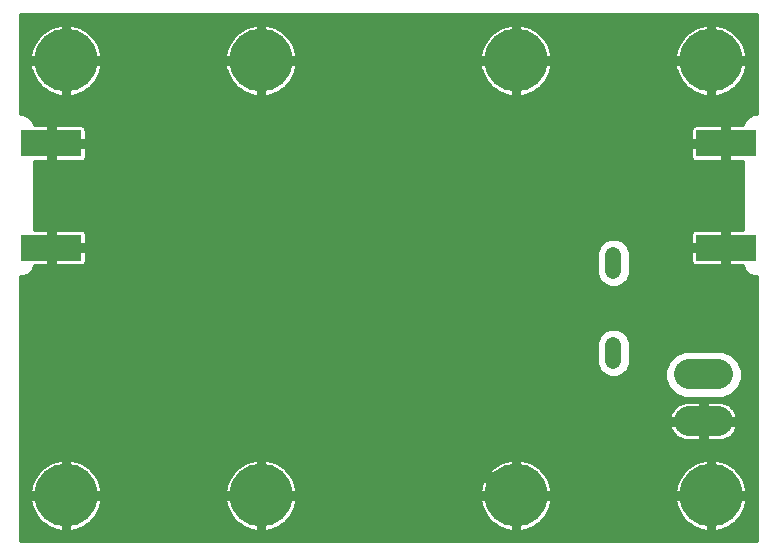
<source format=gbl>
G75*
%MOIN*%
%OFA0B0*%
%FSLAX25Y25*%
%IPPOS*%
%LPD*%
%AMOC8*
5,1,8,0,0,1.08239X$1,22.5*
%
%ADD10C,0.05200*%
%ADD11C,0.09900*%
%ADD12R,0.20000X0.09000*%
%ADD13C,0.21000*%
%ADD14OC8,0.05000*%
%ADD15C,0.01600*%
D10*
X0236006Y0101333D02*
X0236006Y0106533D01*
X0236006Y0131333D02*
X0236006Y0136533D01*
D11*
X0261056Y0096733D02*
X0270956Y0096733D01*
X0270956Y0081133D02*
X0261056Y0081133D01*
D12*
X0273406Y0139033D03*
X0273406Y0173833D03*
X0048606Y0173833D03*
X0048606Y0139033D03*
D13*
X0053506Y0201433D03*
X0118506Y0201433D03*
X0203506Y0201433D03*
X0268506Y0201433D03*
X0268506Y0056433D03*
X0203506Y0056433D03*
X0118506Y0056433D03*
X0053506Y0056433D03*
D14*
X0071006Y0061433D03*
X0063506Y0071433D03*
X0063506Y0086433D03*
X0063506Y0101433D03*
X0063506Y0113933D03*
X0051006Y0128933D03*
X0041006Y0126433D03*
X0041006Y0113933D03*
X0041006Y0101433D03*
X0041006Y0086433D03*
X0041006Y0071433D03*
X0041006Y0043933D03*
X0066006Y0043933D03*
X0088506Y0043933D03*
X0106006Y0043933D03*
X0088506Y0061433D03*
X0091006Y0071433D03*
X0101006Y0071433D03*
X0108506Y0071433D03*
X0113506Y0081433D03*
X0123506Y0081433D03*
X0131006Y0076433D03*
X0136006Y0068933D03*
X0136006Y0061433D03*
X0151006Y0061433D03*
X0166006Y0061433D03*
X0181006Y0061433D03*
X0196006Y0061433D03*
X0221006Y0061433D03*
X0228506Y0061433D03*
X0236006Y0068933D03*
X0243506Y0061433D03*
X0258506Y0071433D03*
X0281006Y0068933D03*
X0281006Y0043933D03*
X0256006Y0043933D03*
X0243506Y0043933D03*
X0228506Y0043933D03*
X0216006Y0043933D03*
X0191006Y0043933D03*
X0181006Y0043933D03*
X0166006Y0043933D03*
X0151006Y0043933D03*
X0136006Y0043933D03*
X0101006Y0086433D03*
X0091006Y0086433D03*
X0106006Y0093933D03*
X0113506Y0093933D03*
X0113506Y0103933D03*
X0113506Y0111433D03*
X0113506Y0111433D03*
X0113506Y0121433D03*
X0121006Y0121433D03*
X0113506Y0131433D03*
X0113506Y0141433D03*
X0121006Y0141433D03*
X0126006Y0171433D03*
X0126006Y0181433D03*
X0118506Y0181433D03*
X0111006Y0181433D03*
X0103506Y0191433D03*
X0091006Y0191433D03*
X0078506Y0191433D03*
X0068506Y0191433D03*
X0063506Y0181433D03*
X0051006Y0183933D03*
X0041006Y0186433D03*
X0063506Y0171433D03*
X0063506Y0141433D03*
X0063506Y0131433D03*
X0111006Y0171433D03*
X0133506Y0191433D03*
X0146006Y0191433D03*
X0161006Y0191433D03*
X0176006Y0191433D03*
X0188506Y0191433D03*
X0218506Y0191433D03*
X0231006Y0191433D03*
X0243506Y0191433D03*
X0253506Y0191433D03*
X0258506Y0181433D03*
X0271006Y0183933D03*
X0281006Y0186433D03*
X0258506Y0171433D03*
X0258506Y0141433D03*
X0258506Y0131433D03*
X0271006Y0128933D03*
X0281006Y0126433D03*
X0281006Y0111433D03*
X0258506Y0111433D03*
X0236006Y0078933D03*
X0211006Y0106433D03*
X0203506Y0106433D03*
X0196006Y0106433D03*
X0196006Y0113933D03*
X0203506Y0113933D03*
X0203506Y0123933D03*
X0196006Y0123933D03*
X0196006Y0131433D03*
X0203506Y0131433D03*
X0211006Y0131433D03*
X0218506Y0213933D03*
X0231006Y0213933D03*
X0243506Y0213933D03*
X0253506Y0213933D03*
X0281006Y0213933D03*
X0188506Y0213933D03*
X0176006Y0213933D03*
X0161006Y0213933D03*
X0146006Y0213933D03*
X0133506Y0213933D03*
X0103506Y0213933D03*
X0091006Y0213933D03*
X0078506Y0213933D03*
X0068506Y0213933D03*
X0041006Y0213933D03*
D15*
X0038506Y0129133D02*
X0038506Y0041433D01*
X0283506Y0041433D01*
X0283506Y0129133D01*
X0282552Y0129133D01*
X0280787Y0129864D01*
X0279437Y0131214D01*
X0278808Y0132733D01*
X0274206Y0132733D01*
X0274206Y0138233D01*
X0272606Y0138233D01*
X0261606Y0138233D01*
X0261606Y0134296D01*
X0261729Y0133838D01*
X0261966Y0133428D01*
X0262301Y0133093D01*
X0262712Y0132856D01*
X0263169Y0132733D01*
X0272606Y0132733D01*
X0272606Y0138233D01*
X0272606Y0139833D01*
X0261606Y0139833D01*
X0261606Y0143770D01*
X0261729Y0144228D01*
X0261966Y0144638D01*
X0262301Y0144973D01*
X0262712Y0145210D01*
X0263169Y0145333D01*
X0272606Y0145333D01*
X0272606Y0139833D01*
X0274206Y0139833D01*
X0274206Y0145333D01*
X0278706Y0145333D01*
X0278706Y0167533D01*
X0274206Y0167533D01*
X0274206Y0173033D01*
X0272606Y0173033D01*
X0261606Y0173033D01*
X0261606Y0169096D01*
X0261729Y0168638D01*
X0261966Y0168228D01*
X0262301Y0167893D01*
X0262712Y0167656D01*
X0263169Y0167533D01*
X0272606Y0167533D01*
X0272606Y0173033D01*
X0272606Y0174633D01*
X0261606Y0174633D01*
X0261606Y0178570D01*
X0261729Y0179028D01*
X0261966Y0179438D01*
X0262301Y0179773D01*
X0262712Y0180010D01*
X0263169Y0180133D01*
X0272606Y0180133D01*
X0272606Y0174633D01*
X0274206Y0174633D01*
X0274206Y0180133D01*
X0278808Y0180133D01*
X0279437Y0181652D01*
X0280787Y0183002D01*
X0282552Y0183733D01*
X0283506Y0183733D01*
X0283506Y0216433D01*
X0038506Y0216433D01*
X0038506Y0183733D01*
X0039461Y0183733D01*
X0041225Y0183002D01*
X0042576Y0181652D01*
X0043205Y0180133D01*
X0047806Y0180133D01*
X0047806Y0174633D01*
X0049406Y0174633D01*
X0049406Y0180133D01*
X0058843Y0180133D01*
X0059301Y0180010D01*
X0059712Y0179773D01*
X0060047Y0179438D01*
X0060284Y0179028D01*
X0060406Y0178570D01*
X0060406Y0174633D01*
X0049406Y0174633D01*
X0049406Y0173033D01*
X0049406Y0167533D01*
X0058843Y0167533D01*
X0059301Y0167656D01*
X0059712Y0167893D01*
X0060047Y0168228D01*
X0060284Y0168638D01*
X0060406Y0169096D01*
X0060406Y0173033D01*
X0049406Y0173033D01*
X0047806Y0173033D01*
X0047806Y0167533D01*
X0043306Y0167533D01*
X0043306Y0145333D01*
X0047806Y0145333D01*
X0047806Y0139833D01*
X0049406Y0139833D01*
X0049406Y0145333D01*
X0058843Y0145333D01*
X0059301Y0145210D01*
X0059712Y0144973D01*
X0060047Y0144638D01*
X0060284Y0144228D01*
X0060406Y0143770D01*
X0060406Y0139833D01*
X0049406Y0139833D01*
X0049406Y0138233D01*
X0049406Y0132733D01*
X0058843Y0132733D01*
X0059301Y0132856D01*
X0059712Y0133093D01*
X0060047Y0133428D01*
X0060284Y0133838D01*
X0060406Y0134296D01*
X0060406Y0138233D01*
X0049406Y0138233D01*
X0047806Y0138233D01*
X0047806Y0132733D01*
X0043205Y0132733D01*
X0042576Y0131214D01*
X0041225Y0129864D01*
X0039461Y0129133D01*
X0038506Y0129133D01*
X0039494Y0129147D02*
X0230634Y0129147D01*
X0230206Y0130179D02*
X0231089Y0128048D01*
X0232721Y0126416D01*
X0234853Y0125533D01*
X0237160Y0125533D01*
X0239292Y0126416D01*
X0240923Y0128048D01*
X0241806Y0130179D01*
X0241806Y0137687D01*
X0240923Y0139819D01*
X0239292Y0141450D01*
X0237160Y0142333D01*
X0234853Y0142333D01*
X0232721Y0141450D01*
X0231089Y0139819D01*
X0230206Y0137687D01*
X0230206Y0130179D01*
X0230206Y0130745D02*
X0042107Y0130745D01*
X0043043Y0132344D02*
X0230206Y0132344D01*
X0230206Y0133942D02*
X0060311Y0133942D01*
X0060406Y0135541D02*
X0230206Y0135541D01*
X0230206Y0137139D02*
X0060406Y0137139D01*
X0060406Y0140336D02*
X0231607Y0140336D01*
X0230642Y0138738D02*
X0049406Y0138738D01*
X0049406Y0140336D02*
X0047806Y0140336D01*
X0047806Y0141935D02*
X0049406Y0141935D01*
X0049406Y0143533D02*
X0047806Y0143533D01*
X0047806Y0145132D02*
X0049406Y0145132D01*
X0043306Y0146730D02*
X0278706Y0146730D01*
X0278706Y0148329D02*
X0043306Y0148329D01*
X0043306Y0149927D02*
X0278706Y0149927D01*
X0278706Y0151526D02*
X0043306Y0151526D01*
X0043306Y0153124D02*
X0278706Y0153124D01*
X0278706Y0154723D02*
X0043306Y0154723D01*
X0043306Y0156321D02*
X0278706Y0156321D01*
X0278706Y0157920D02*
X0043306Y0157920D01*
X0043306Y0159518D02*
X0278706Y0159518D01*
X0278706Y0161117D02*
X0043306Y0161117D01*
X0043306Y0162715D02*
X0278706Y0162715D01*
X0278706Y0164314D02*
X0043306Y0164314D01*
X0043306Y0165912D02*
X0278706Y0165912D01*
X0278706Y0167511D02*
X0043306Y0167511D01*
X0047806Y0169110D02*
X0049406Y0169110D01*
X0049406Y0170708D02*
X0047806Y0170708D01*
X0047806Y0172307D02*
X0049406Y0172307D01*
X0049406Y0173905D02*
X0272606Y0173905D01*
X0272606Y0172307D02*
X0274206Y0172307D01*
X0274206Y0170708D02*
X0272606Y0170708D01*
X0272606Y0169110D02*
X0274206Y0169110D01*
X0274206Y0175504D02*
X0272606Y0175504D01*
X0272606Y0177102D02*
X0274206Y0177102D01*
X0274206Y0178701D02*
X0272606Y0178701D01*
X0278877Y0180299D02*
X0043136Y0180299D01*
X0042330Y0181898D02*
X0279683Y0181898D01*
X0281979Y0183496D02*
X0040033Y0183496D01*
X0038506Y0185095D02*
X0283506Y0185095D01*
X0283506Y0186693D02*
X0038506Y0186693D01*
X0038506Y0188292D02*
X0283506Y0188292D01*
X0283506Y0189890D02*
X0272760Y0189890D01*
X0273221Y0190051D02*
X0274465Y0190651D01*
X0275635Y0191386D01*
X0276715Y0192247D01*
X0277692Y0193224D01*
X0278553Y0194304D01*
X0279288Y0195474D01*
X0279888Y0196719D01*
X0280344Y0198023D01*
X0280652Y0199369D01*
X0280794Y0200633D01*
X0269306Y0200633D01*
X0269306Y0189145D01*
X0270570Y0189288D01*
X0271917Y0189595D01*
X0273221Y0190051D01*
X0275764Y0191489D02*
X0283506Y0191489D01*
X0283506Y0193087D02*
X0277555Y0193087D01*
X0278793Y0194686D02*
X0283506Y0194686D01*
X0283506Y0196284D02*
X0279679Y0196284D01*
X0280295Y0197883D02*
X0283506Y0197883D01*
X0283506Y0199481D02*
X0280664Y0199481D01*
X0280794Y0202233D02*
X0280652Y0203497D01*
X0280344Y0204844D01*
X0279888Y0206147D01*
X0279288Y0207392D01*
X0278553Y0208562D01*
X0277692Y0209642D01*
X0276715Y0210619D01*
X0275635Y0211480D01*
X0274465Y0212215D01*
X0273221Y0212815D01*
X0271917Y0213271D01*
X0270570Y0213578D01*
X0269306Y0213721D01*
X0269306Y0202233D01*
X0267706Y0202233D01*
X0267706Y0200633D01*
X0256219Y0200633D01*
X0256361Y0199369D01*
X0256668Y0198023D01*
X0257125Y0196719D01*
X0257724Y0195474D01*
X0258459Y0194304D01*
X0259320Y0193224D01*
X0260297Y0192247D01*
X0261377Y0191386D01*
X0262547Y0190651D01*
X0263792Y0190051D01*
X0265096Y0189595D01*
X0266443Y0189288D01*
X0267706Y0189145D01*
X0267706Y0200633D01*
X0269306Y0200633D01*
X0269306Y0202233D01*
X0280794Y0202233D01*
X0280744Y0202678D02*
X0283506Y0202678D01*
X0283506Y0201080D02*
X0269306Y0201080D01*
X0269306Y0202678D02*
X0267706Y0202678D01*
X0267706Y0202233D02*
X0267706Y0213721D01*
X0266443Y0213578D01*
X0265096Y0213271D01*
X0263792Y0212815D01*
X0262547Y0212215D01*
X0261377Y0211480D01*
X0260297Y0210619D01*
X0259320Y0209642D01*
X0258459Y0208562D01*
X0257724Y0207392D01*
X0257125Y0206147D01*
X0256668Y0204844D01*
X0256361Y0203497D01*
X0256219Y0202233D01*
X0267706Y0202233D01*
X0267706Y0201080D02*
X0204306Y0201080D01*
X0204306Y0200633D02*
X0204306Y0202233D01*
X0202706Y0202233D01*
X0202706Y0200633D01*
X0191219Y0200633D01*
X0191361Y0199369D01*
X0191668Y0198023D01*
X0192125Y0196719D01*
X0192724Y0195474D01*
X0193459Y0194304D01*
X0194320Y0193224D01*
X0195297Y0192247D01*
X0196377Y0191386D01*
X0197547Y0190651D01*
X0198792Y0190051D01*
X0200096Y0189595D01*
X0201443Y0189288D01*
X0202706Y0189145D01*
X0202706Y0200633D01*
X0204306Y0200633D01*
X0204306Y0189145D01*
X0205570Y0189288D01*
X0206917Y0189595D01*
X0208221Y0190051D01*
X0209465Y0190651D01*
X0210635Y0191386D01*
X0211715Y0192247D01*
X0212692Y0193224D01*
X0213553Y0194304D01*
X0214288Y0195474D01*
X0214888Y0196719D01*
X0215344Y0198023D01*
X0215652Y0199369D01*
X0215794Y0200633D01*
X0204306Y0200633D01*
X0204306Y0199481D02*
X0202706Y0199481D01*
X0202706Y0197883D02*
X0204306Y0197883D01*
X0204306Y0196284D02*
X0202706Y0196284D01*
X0202706Y0194686D02*
X0204306Y0194686D01*
X0204306Y0193087D02*
X0202706Y0193087D01*
X0202706Y0191489D02*
X0204306Y0191489D01*
X0204306Y0189890D02*
X0202706Y0189890D01*
X0199253Y0189890D02*
X0122760Y0189890D01*
X0123221Y0190051D02*
X0124465Y0190651D01*
X0125635Y0191386D01*
X0126715Y0192247D01*
X0127692Y0193224D01*
X0128553Y0194304D01*
X0129288Y0195474D01*
X0129888Y0196719D01*
X0130344Y0198023D01*
X0130652Y0199369D01*
X0130794Y0200633D01*
X0119306Y0200633D01*
X0119306Y0189145D01*
X0120570Y0189288D01*
X0121917Y0189595D01*
X0123221Y0190051D01*
X0125764Y0191489D02*
X0196248Y0191489D01*
X0194457Y0193087D02*
X0127555Y0193087D01*
X0128793Y0194686D02*
X0193219Y0194686D01*
X0192334Y0196284D02*
X0129679Y0196284D01*
X0130295Y0197883D02*
X0191717Y0197883D01*
X0191348Y0199481D02*
X0130664Y0199481D01*
X0130794Y0202233D02*
X0130652Y0203497D01*
X0130344Y0204844D01*
X0129888Y0206147D01*
X0129288Y0207392D01*
X0128553Y0208562D01*
X0127692Y0209642D01*
X0126715Y0210619D01*
X0125635Y0211480D01*
X0124465Y0212215D01*
X0123221Y0212815D01*
X0121917Y0213271D01*
X0120570Y0213578D01*
X0119306Y0213721D01*
X0119306Y0202233D01*
X0117706Y0202233D01*
X0117706Y0200633D01*
X0106219Y0200633D01*
X0106361Y0199369D01*
X0106668Y0198023D01*
X0107125Y0196719D01*
X0107724Y0195474D01*
X0108459Y0194304D01*
X0109320Y0193224D01*
X0110297Y0192247D01*
X0111377Y0191386D01*
X0112547Y0190651D01*
X0113792Y0190051D01*
X0115096Y0189595D01*
X0116443Y0189288D01*
X0117706Y0189145D01*
X0117706Y0200633D01*
X0119306Y0200633D01*
X0119306Y0202233D01*
X0130794Y0202233D01*
X0130744Y0202678D02*
X0191269Y0202678D01*
X0191219Y0202233D02*
X0191361Y0203497D01*
X0191668Y0204844D01*
X0192125Y0206147D01*
X0192724Y0207392D01*
X0193459Y0208562D01*
X0194320Y0209642D01*
X0195297Y0210619D01*
X0196377Y0211480D01*
X0197547Y0212215D01*
X0198792Y0212815D01*
X0200096Y0213271D01*
X0201443Y0213578D01*
X0202706Y0213721D01*
X0202706Y0202233D01*
X0191219Y0202233D01*
X0191539Y0204277D02*
X0130474Y0204277D01*
X0129983Y0205875D02*
X0192029Y0205875D01*
X0192775Y0207474D02*
X0129237Y0207474D01*
X0128147Y0209072D02*
X0193866Y0209072D01*
X0195362Y0210671D02*
X0126650Y0210671D01*
X0124353Y0212269D02*
X0197659Y0212269D01*
X0202706Y0212269D02*
X0204306Y0212269D01*
X0204306Y0213721D02*
X0204306Y0202233D01*
X0215794Y0202233D01*
X0215652Y0203497D01*
X0215344Y0204844D01*
X0214888Y0206147D01*
X0214288Y0207392D01*
X0213553Y0208562D01*
X0212692Y0209642D01*
X0211715Y0210619D01*
X0210635Y0211480D01*
X0209465Y0212215D01*
X0208221Y0212815D01*
X0206917Y0213271D01*
X0205570Y0213578D01*
X0204306Y0213721D01*
X0204306Y0210671D02*
X0202706Y0210671D01*
X0202706Y0209072D02*
X0204306Y0209072D01*
X0204306Y0207474D02*
X0202706Y0207474D01*
X0202706Y0205875D02*
X0204306Y0205875D01*
X0204306Y0204277D02*
X0202706Y0204277D01*
X0202706Y0202678D02*
X0204306Y0202678D01*
X0202706Y0201080D02*
X0119306Y0201080D01*
X0119306Y0202678D02*
X0117706Y0202678D01*
X0117706Y0202233D02*
X0117706Y0213721D01*
X0116443Y0213578D01*
X0115096Y0213271D01*
X0113792Y0212815D01*
X0112547Y0212215D01*
X0111377Y0211480D01*
X0110297Y0210619D01*
X0109320Y0209642D01*
X0108459Y0208562D01*
X0107724Y0207392D01*
X0107125Y0206147D01*
X0106668Y0204844D01*
X0106361Y0203497D01*
X0106219Y0202233D01*
X0117706Y0202233D01*
X0117706Y0201080D02*
X0054306Y0201080D01*
X0054306Y0200633D02*
X0054306Y0202233D01*
X0052706Y0202233D01*
X0052706Y0200633D01*
X0041219Y0200633D01*
X0041361Y0199369D01*
X0041668Y0198023D01*
X0042125Y0196719D01*
X0042724Y0195474D01*
X0043459Y0194304D01*
X0044320Y0193224D01*
X0045297Y0192247D01*
X0046377Y0191386D01*
X0047547Y0190651D01*
X0048792Y0190051D01*
X0050096Y0189595D01*
X0051443Y0189288D01*
X0052706Y0189145D01*
X0052706Y0200633D01*
X0054306Y0200633D01*
X0054306Y0189145D01*
X0055570Y0189288D01*
X0056917Y0189595D01*
X0058221Y0190051D01*
X0059465Y0190651D01*
X0060635Y0191386D01*
X0061715Y0192247D01*
X0062692Y0193224D01*
X0063553Y0194304D01*
X0064288Y0195474D01*
X0064888Y0196719D01*
X0065344Y0198023D01*
X0065652Y0199369D01*
X0065794Y0200633D01*
X0054306Y0200633D01*
X0054306Y0199481D02*
X0052706Y0199481D01*
X0052706Y0197883D02*
X0054306Y0197883D01*
X0054306Y0196284D02*
X0052706Y0196284D01*
X0052706Y0194686D02*
X0054306Y0194686D01*
X0054306Y0193087D02*
X0052706Y0193087D01*
X0052706Y0191489D02*
X0054306Y0191489D01*
X0054306Y0189890D02*
X0052706Y0189890D01*
X0049253Y0189890D02*
X0038506Y0189890D01*
X0038506Y0191489D02*
X0046248Y0191489D01*
X0044457Y0193087D02*
X0038506Y0193087D01*
X0038506Y0194686D02*
X0043219Y0194686D01*
X0042334Y0196284D02*
X0038506Y0196284D01*
X0038506Y0197883D02*
X0041717Y0197883D01*
X0041348Y0199481D02*
X0038506Y0199481D01*
X0038506Y0201080D02*
X0052706Y0201080D01*
X0052706Y0202233D02*
X0041219Y0202233D01*
X0041361Y0203497D01*
X0041668Y0204844D01*
X0042125Y0206147D01*
X0042724Y0207392D01*
X0043459Y0208562D01*
X0044320Y0209642D01*
X0045297Y0210619D01*
X0046377Y0211480D01*
X0047547Y0212215D01*
X0048792Y0212815D01*
X0050096Y0213271D01*
X0051443Y0213578D01*
X0052706Y0213721D01*
X0052706Y0202233D01*
X0052706Y0202678D02*
X0054306Y0202678D01*
X0054306Y0202233D02*
X0054306Y0213721D01*
X0055570Y0213578D01*
X0056917Y0213271D01*
X0058221Y0212815D01*
X0059465Y0212215D01*
X0060635Y0211480D01*
X0061715Y0210619D01*
X0062692Y0209642D01*
X0063553Y0208562D01*
X0064288Y0207392D01*
X0064888Y0206147D01*
X0065344Y0204844D01*
X0065652Y0203497D01*
X0065794Y0202233D01*
X0054306Y0202233D01*
X0054306Y0204277D02*
X0052706Y0204277D01*
X0052706Y0205875D02*
X0054306Y0205875D01*
X0054306Y0207474D02*
X0052706Y0207474D01*
X0052706Y0209072D02*
X0054306Y0209072D01*
X0054306Y0210671D02*
X0052706Y0210671D01*
X0052706Y0212269D02*
X0054306Y0212269D01*
X0059353Y0212269D02*
X0112659Y0212269D01*
X0110362Y0210671D02*
X0061650Y0210671D01*
X0063147Y0209072D02*
X0108866Y0209072D01*
X0107775Y0207474D02*
X0064237Y0207474D01*
X0064983Y0205875D02*
X0107029Y0205875D01*
X0106539Y0204277D02*
X0065474Y0204277D01*
X0065744Y0202678D02*
X0106269Y0202678D01*
X0106348Y0199481D02*
X0065664Y0199481D01*
X0065295Y0197883D02*
X0106717Y0197883D01*
X0107334Y0196284D02*
X0064679Y0196284D01*
X0063793Y0194686D02*
X0108219Y0194686D01*
X0109457Y0193087D02*
X0062555Y0193087D01*
X0060764Y0191489D02*
X0111248Y0191489D01*
X0114253Y0189890D02*
X0057760Y0189890D01*
X0060371Y0178701D02*
X0261641Y0178701D01*
X0261606Y0177102D02*
X0060406Y0177102D01*
X0060406Y0175504D02*
X0261606Y0175504D01*
X0261606Y0172307D02*
X0060406Y0172307D01*
X0060406Y0170708D02*
X0261606Y0170708D01*
X0261606Y0169110D02*
X0060406Y0169110D01*
X0049406Y0175504D02*
X0047806Y0175504D01*
X0047806Y0177102D02*
X0049406Y0177102D01*
X0049406Y0178701D02*
X0047806Y0178701D01*
X0041269Y0202678D02*
X0038506Y0202678D01*
X0038506Y0204277D02*
X0041539Y0204277D01*
X0042029Y0205875D02*
X0038506Y0205875D01*
X0038506Y0207474D02*
X0042775Y0207474D01*
X0043866Y0209072D02*
X0038506Y0209072D01*
X0038506Y0210671D02*
X0045362Y0210671D01*
X0047659Y0212269D02*
X0038506Y0212269D01*
X0038506Y0213868D02*
X0283506Y0213868D01*
X0283506Y0215466D02*
X0038506Y0215466D01*
X0117706Y0212269D02*
X0119306Y0212269D01*
X0119306Y0210671D02*
X0117706Y0210671D01*
X0117706Y0209072D02*
X0119306Y0209072D01*
X0119306Y0207474D02*
X0117706Y0207474D01*
X0117706Y0205875D02*
X0119306Y0205875D01*
X0119306Y0204277D02*
X0117706Y0204277D01*
X0117706Y0199481D02*
X0119306Y0199481D01*
X0119306Y0197883D02*
X0117706Y0197883D01*
X0117706Y0196284D02*
X0119306Y0196284D01*
X0119306Y0194686D02*
X0117706Y0194686D01*
X0117706Y0193087D02*
X0119306Y0193087D01*
X0119306Y0191489D02*
X0117706Y0191489D01*
X0117706Y0189890D02*
X0119306Y0189890D01*
X0059437Y0145132D02*
X0262575Y0145132D01*
X0261606Y0143533D02*
X0060406Y0143533D01*
X0060406Y0141935D02*
X0233891Y0141935D01*
X0238121Y0141935D02*
X0261606Y0141935D01*
X0261606Y0140336D02*
X0240405Y0140336D01*
X0241371Y0138738D02*
X0272606Y0138738D01*
X0272606Y0140336D02*
X0274206Y0140336D01*
X0274206Y0141935D02*
X0272606Y0141935D01*
X0272606Y0143533D02*
X0274206Y0143533D01*
X0274206Y0145132D02*
X0272606Y0145132D01*
X0272606Y0137139D02*
X0274206Y0137139D01*
X0274206Y0135541D02*
X0272606Y0135541D01*
X0272606Y0133942D02*
X0274206Y0133942D01*
X0278969Y0132344D02*
X0241806Y0132344D01*
X0241806Y0133942D02*
X0261701Y0133942D01*
X0261606Y0135541D02*
X0241806Y0135541D01*
X0241806Y0137139D02*
X0261606Y0137139D01*
X0279906Y0130745D02*
X0241806Y0130745D01*
X0241379Y0129147D02*
X0282519Y0129147D01*
X0283506Y0127548D02*
X0240424Y0127548D01*
X0238166Y0125950D02*
X0283506Y0125950D01*
X0283506Y0124351D02*
X0038506Y0124351D01*
X0038506Y0122753D02*
X0283506Y0122753D01*
X0283506Y0121154D02*
X0038506Y0121154D01*
X0038506Y0119556D02*
X0283506Y0119556D01*
X0283506Y0117957D02*
X0038506Y0117957D01*
X0038506Y0116359D02*
X0283506Y0116359D01*
X0283506Y0114760D02*
X0038506Y0114760D01*
X0038506Y0113162D02*
X0283506Y0113162D01*
X0283506Y0111563D02*
X0239019Y0111563D01*
X0239292Y0111450D02*
X0237160Y0112333D01*
X0234853Y0112333D01*
X0232721Y0111450D01*
X0231089Y0109819D01*
X0230206Y0107687D01*
X0230206Y0100179D01*
X0231089Y0098048D01*
X0232721Y0096416D01*
X0234853Y0095533D01*
X0237160Y0095533D01*
X0239292Y0096416D01*
X0240923Y0098048D01*
X0241806Y0100179D01*
X0241806Y0107687D01*
X0240923Y0109819D01*
X0239292Y0111450D01*
X0240777Y0109965D02*
X0283506Y0109965D01*
X0283506Y0108366D02*
X0241525Y0108366D01*
X0241806Y0106768D02*
X0283506Y0106768D01*
X0283506Y0105169D02*
X0241806Y0105169D01*
X0241806Y0103571D02*
X0256368Y0103571D01*
X0256440Y0103642D02*
X0254147Y0101350D01*
X0252906Y0098354D01*
X0252906Y0095112D01*
X0254147Y0092116D01*
X0256440Y0089824D01*
X0259435Y0088583D01*
X0272577Y0088583D01*
X0275573Y0089824D01*
X0277866Y0092116D01*
X0279106Y0095112D01*
X0279106Y0098354D01*
X0277866Y0101350D01*
X0275573Y0103642D01*
X0272577Y0104883D01*
X0259435Y0104883D01*
X0256440Y0103642D01*
X0254769Y0101972D02*
X0241806Y0101972D01*
X0241806Y0100374D02*
X0253743Y0100374D01*
X0253081Y0098775D02*
X0241225Y0098775D01*
X0240052Y0097177D02*
X0252906Y0097177D01*
X0252906Y0095578D02*
X0237268Y0095578D01*
X0234744Y0095578D02*
X0038506Y0095578D01*
X0038506Y0097177D02*
X0231960Y0097177D01*
X0230788Y0098775D02*
X0038506Y0098775D01*
X0038506Y0100374D02*
X0230206Y0100374D01*
X0230206Y0101972D02*
X0038506Y0101972D01*
X0038506Y0103571D02*
X0230206Y0103571D01*
X0230206Y0105169D02*
X0038506Y0105169D01*
X0038506Y0106768D02*
X0230206Y0106768D01*
X0230488Y0108366D02*
X0038506Y0108366D01*
X0038506Y0109965D02*
X0231235Y0109965D01*
X0232994Y0111563D02*
X0038506Y0111563D01*
X0038506Y0125950D02*
X0233847Y0125950D01*
X0231589Y0127548D02*
X0038506Y0127548D01*
X0047806Y0133942D02*
X0049406Y0133942D01*
X0049406Y0135541D02*
X0047806Y0135541D01*
X0047806Y0137139D02*
X0049406Y0137139D01*
X0038506Y0093979D02*
X0253375Y0093979D01*
X0254037Y0092381D02*
X0038506Y0092381D01*
X0038506Y0090782D02*
X0255481Y0090782D01*
X0257985Y0089184D02*
X0038506Y0089184D01*
X0038506Y0087585D02*
X0259057Y0087585D01*
X0258882Y0087539D02*
X0258064Y0087200D01*
X0257298Y0086758D01*
X0256596Y0086219D01*
X0255970Y0085593D01*
X0255432Y0084891D01*
X0254989Y0084125D01*
X0254651Y0083307D01*
X0254422Y0082453D01*
X0254353Y0081933D01*
X0265206Y0081933D01*
X0265206Y0080333D01*
X0254353Y0080333D01*
X0254422Y0079813D01*
X0254651Y0078959D01*
X0254989Y0078141D01*
X0255432Y0077375D01*
X0255970Y0076673D01*
X0256596Y0076047D01*
X0257298Y0075509D01*
X0258064Y0075066D01*
X0258882Y0074728D01*
X0259737Y0074499D01*
X0260614Y0074383D01*
X0265206Y0074383D01*
X0265206Y0080333D01*
X0266806Y0080333D01*
X0266806Y0074383D01*
X0271399Y0074383D01*
X0272276Y0074499D01*
X0273131Y0074728D01*
X0273948Y0075066D01*
X0274714Y0075509D01*
X0275416Y0076047D01*
X0276042Y0076673D01*
X0276581Y0077375D01*
X0277023Y0078141D01*
X0277362Y0078959D01*
X0277591Y0079813D01*
X0277659Y0080333D01*
X0266806Y0080333D01*
X0266806Y0081933D01*
X0265206Y0081933D01*
X0265206Y0087883D01*
X0260614Y0087883D01*
X0259737Y0087768D01*
X0258882Y0087539D01*
X0256364Y0085987D02*
X0038506Y0085987D01*
X0038506Y0084388D02*
X0255142Y0084388D01*
X0254512Y0082790D02*
X0038506Y0082790D01*
X0038506Y0081191D02*
X0265206Y0081191D01*
X0265206Y0079593D02*
X0266806Y0079593D01*
X0266806Y0081191D02*
X0283506Y0081191D01*
X0283506Y0079593D02*
X0277532Y0079593D01*
X0276938Y0077994D02*
X0283506Y0077994D01*
X0283506Y0076396D02*
X0275765Y0076396D01*
X0273299Y0074797D02*
X0283506Y0074797D01*
X0283506Y0073199D02*
X0038506Y0073199D01*
X0038506Y0074797D02*
X0258713Y0074797D01*
X0256248Y0076396D02*
X0038506Y0076396D01*
X0038506Y0077994D02*
X0255074Y0077994D01*
X0254481Y0079593D02*
X0038506Y0079593D01*
X0038506Y0071600D02*
X0283506Y0071600D01*
X0283506Y0070002D02*
X0038506Y0070002D01*
X0038506Y0068403D02*
X0050676Y0068403D01*
X0050096Y0068271D02*
X0048792Y0067815D01*
X0047547Y0067215D01*
X0046377Y0066480D01*
X0045297Y0065619D01*
X0044320Y0064642D01*
X0043459Y0063562D01*
X0042724Y0062392D01*
X0042125Y0061147D01*
X0041668Y0059844D01*
X0041361Y0058497D01*
X0041219Y0057233D01*
X0052706Y0057233D01*
X0052706Y0055633D01*
X0041219Y0055633D01*
X0041361Y0054369D01*
X0041668Y0053023D01*
X0042125Y0051719D01*
X0042724Y0050474D01*
X0043459Y0049304D01*
X0044320Y0048224D01*
X0045297Y0047247D01*
X0046377Y0046386D01*
X0047547Y0045651D01*
X0048792Y0045051D01*
X0050096Y0044595D01*
X0051443Y0044288D01*
X0052706Y0044145D01*
X0052706Y0055633D01*
X0054306Y0055633D01*
X0054306Y0044145D01*
X0055570Y0044288D01*
X0056917Y0044595D01*
X0058221Y0045051D01*
X0059465Y0045651D01*
X0060635Y0046386D01*
X0061715Y0047247D01*
X0062692Y0048224D01*
X0063553Y0049304D01*
X0064288Y0050474D01*
X0064888Y0051719D01*
X0065344Y0053023D01*
X0065652Y0054369D01*
X0065794Y0055633D01*
X0054306Y0055633D01*
X0054306Y0057233D01*
X0052706Y0057233D01*
X0052706Y0068721D01*
X0051443Y0068578D01*
X0050096Y0068271D01*
X0052706Y0068403D02*
X0054306Y0068403D01*
X0054306Y0068721D02*
X0054306Y0057233D01*
X0065794Y0057233D01*
X0065652Y0058497D01*
X0065344Y0059844D01*
X0064888Y0061147D01*
X0064288Y0062392D01*
X0063553Y0063562D01*
X0062692Y0064642D01*
X0061715Y0065619D01*
X0060635Y0066480D01*
X0059465Y0067215D01*
X0058221Y0067815D01*
X0056917Y0068271D01*
X0055570Y0068578D01*
X0054306Y0068721D01*
X0054306Y0066805D02*
X0052706Y0066805D01*
X0052706Y0065206D02*
X0054306Y0065206D01*
X0054306Y0063608D02*
X0052706Y0063608D01*
X0052706Y0062009D02*
X0054306Y0062009D01*
X0054306Y0060411D02*
X0052706Y0060411D01*
X0052706Y0058812D02*
X0054306Y0058812D01*
X0054306Y0057214D02*
X0117706Y0057214D01*
X0117706Y0057233D02*
X0117706Y0055633D01*
X0106219Y0055633D01*
X0106361Y0054369D01*
X0106668Y0053023D01*
X0107125Y0051719D01*
X0107724Y0050474D01*
X0108459Y0049304D01*
X0109320Y0048224D01*
X0110297Y0047247D01*
X0111377Y0046386D01*
X0112547Y0045651D01*
X0113792Y0045051D01*
X0115096Y0044595D01*
X0116443Y0044288D01*
X0117706Y0044145D01*
X0117706Y0055633D01*
X0119306Y0055633D01*
X0119306Y0044145D01*
X0120570Y0044288D01*
X0121917Y0044595D01*
X0123221Y0045051D01*
X0124465Y0045651D01*
X0125635Y0046386D01*
X0126715Y0047247D01*
X0127692Y0048224D01*
X0128553Y0049304D01*
X0129288Y0050474D01*
X0129888Y0051719D01*
X0130344Y0053023D01*
X0130652Y0054369D01*
X0130794Y0055633D01*
X0119306Y0055633D01*
X0119306Y0057233D01*
X0117706Y0057233D01*
X0106219Y0057233D01*
X0106361Y0058497D01*
X0106668Y0059844D01*
X0107125Y0061147D01*
X0107724Y0062392D01*
X0108459Y0063562D01*
X0109320Y0064642D01*
X0110297Y0065619D01*
X0111377Y0066480D01*
X0112547Y0067215D01*
X0113792Y0067815D01*
X0115096Y0068271D01*
X0116443Y0068578D01*
X0117706Y0068721D01*
X0117706Y0057233D01*
X0117706Y0058812D02*
X0119306Y0058812D01*
X0119306Y0057233D02*
X0119306Y0068721D01*
X0120570Y0068578D01*
X0121917Y0068271D01*
X0123221Y0067815D01*
X0124465Y0067215D01*
X0125635Y0066480D01*
X0126715Y0065619D01*
X0127692Y0064642D01*
X0128553Y0063562D01*
X0129288Y0062392D01*
X0129888Y0061147D01*
X0130344Y0059844D01*
X0130652Y0058497D01*
X0130794Y0057233D01*
X0119306Y0057233D01*
X0119306Y0057214D02*
X0202706Y0057214D01*
X0202706Y0057233D02*
X0202706Y0055633D01*
X0191219Y0055633D01*
X0191361Y0054369D01*
X0191668Y0053023D01*
X0192125Y0051719D01*
X0192724Y0050474D01*
X0193459Y0049304D01*
X0194320Y0048224D01*
X0195297Y0047247D01*
X0196377Y0046386D01*
X0197547Y0045651D01*
X0198792Y0045051D01*
X0200096Y0044595D01*
X0201443Y0044288D01*
X0202706Y0044145D01*
X0202706Y0055633D01*
X0204306Y0055633D01*
X0204306Y0044145D01*
X0205570Y0044288D01*
X0206917Y0044595D01*
X0208221Y0045051D01*
X0209465Y0045651D01*
X0210635Y0046386D01*
X0211715Y0047247D01*
X0212692Y0048224D01*
X0213553Y0049304D01*
X0214288Y0050474D01*
X0214888Y0051719D01*
X0215344Y0053023D01*
X0215652Y0054369D01*
X0215794Y0055633D01*
X0204306Y0055633D01*
X0204306Y0057233D01*
X0202706Y0057233D01*
X0191219Y0057233D01*
X0191361Y0058497D01*
X0191668Y0059844D01*
X0192125Y0061147D01*
X0192724Y0062392D01*
X0193459Y0063562D01*
X0194320Y0064642D01*
X0195297Y0065619D01*
X0196377Y0066480D01*
X0197547Y0067215D01*
X0198792Y0067815D01*
X0200096Y0068271D01*
X0201443Y0068578D01*
X0202706Y0068721D01*
X0202706Y0057233D01*
X0202706Y0058812D02*
X0204306Y0058812D01*
X0204306Y0057233D02*
X0204306Y0068721D01*
X0205570Y0068578D01*
X0206917Y0068271D01*
X0208221Y0067815D01*
X0209465Y0067215D01*
X0210635Y0066480D01*
X0211715Y0065619D01*
X0212692Y0064642D01*
X0213553Y0063562D01*
X0214288Y0062392D01*
X0214888Y0061147D01*
X0215344Y0059844D01*
X0215652Y0058497D01*
X0215794Y0057233D01*
X0204306Y0057233D01*
X0204306Y0057214D02*
X0267706Y0057214D01*
X0267706Y0057233D02*
X0267706Y0055633D01*
X0256219Y0055633D01*
X0256361Y0054369D01*
X0256668Y0053023D01*
X0257125Y0051719D01*
X0257724Y0050474D01*
X0258459Y0049304D01*
X0259320Y0048224D01*
X0260297Y0047247D01*
X0261377Y0046386D01*
X0262547Y0045651D01*
X0263792Y0045051D01*
X0265096Y0044595D01*
X0266443Y0044288D01*
X0267706Y0044145D01*
X0267706Y0055633D01*
X0269306Y0055633D01*
X0269306Y0044145D01*
X0270570Y0044288D01*
X0271917Y0044595D01*
X0273221Y0045051D01*
X0274465Y0045651D01*
X0275635Y0046386D01*
X0276715Y0047247D01*
X0277692Y0048224D01*
X0278553Y0049304D01*
X0279288Y0050474D01*
X0279888Y0051719D01*
X0280344Y0053023D01*
X0280652Y0054369D01*
X0280794Y0055633D01*
X0269306Y0055633D01*
X0269306Y0057233D01*
X0267706Y0057233D01*
X0256219Y0057233D01*
X0256361Y0058497D01*
X0256668Y0059844D01*
X0257125Y0061147D01*
X0257724Y0062392D01*
X0258459Y0063562D01*
X0259320Y0064642D01*
X0260297Y0065619D01*
X0261377Y0066480D01*
X0262547Y0067215D01*
X0263792Y0067815D01*
X0265096Y0068271D01*
X0266443Y0068578D01*
X0267706Y0068721D01*
X0267706Y0057233D01*
X0267706Y0058812D02*
X0269306Y0058812D01*
X0269306Y0057233D02*
X0269306Y0068721D01*
X0270570Y0068578D01*
X0271917Y0068271D01*
X0273221Y0067815D01*
X0274465Y0067215D01*
X0275635Y0066480D01*
X0276715Y0065619D01*
X0277692Y0064642D01*
X0278553Y0063562D01*
X0279288Y0062392D01*
X0279888Y0061147D01*
X0280344Y0059844D01*
X0280652Y0058497D01*
X0280794Y0057233D01*
X0269306Y0057233D01*
X0269306Y0057214D02*
X0283506Y0057214D01*
X0283506Y0058812D02*
X0280580Y0058812D01*
X0280146Y0060411D02*
X0283506Y0060411D01*
X0283506Y0062009D02*
X0279473Y0062009D01*
X0278517Y0063608D02*
X0283506Y0063608D01*
X0283506Y0065206D02*
X0277128Y0065206D01*
X0275119Y0066805D02*
X0283506Y0066805D01*
X0283506Y0068403D02*
X0271337Y0068403D01*
X0269306Y0068403D02*
X0267706Y0068403D01*
X0267706Y0066805D02*
X0269306Y0066805D01*
X0269306Y0065206D02*
X0267706Y0065206D01*
X0267706Y0063608D02*
X0269306Y0063608D01*
X0269306Y0062009D02*
X0267706Y0062009D01*
X0267706Y0060411D02*
X0269306Y0060411D01*
X0261894Y0066805D02*
X0210119Y0066805D01*
X0212128Y0065206D02*
X0259885Y0065206D01*
X0258496Y0063608D02*
X0213517Y0063608D01*
X0214473Y0062009D02*
X0257540Y0062009D01*
X0256867Y0060411D02*
X0215146Y0060411D01*
X0215580Y0058812D02*
X0256433Y0058812D01*
X0256221Y0055615D02*
X0215792Y0055615D01*
X0215571Y0054017D02*
X0256441Y0054017D01*
X0256880Y0052418D02*
X0215133Y0052418D01*
X0214455Y0050820D02*
X0257558Y0050820D01*
X0258525Y0049221D02*
X0213487Y0049221D01*
X0212091Y0047623D02*
X0259922Y0047623D01*
X0261953Y0046024D02*
X0210059Y0046024D01*
X0206174Y0044426D02*
X0265839Y0044426D01*
X0267706Y0044426D02*
X0269306Y0044426D01*
X0269306Y0046024D02*
X0267706Y0046024D01*
X0267706Y0047623D02*
X0269306Y0047623D01*
X0269306Y0049221D02*
X0267706Y0049221D01*
X0267706Y0050820D02*
X0269306Y0050820D01*
X0269306Y0052418D02*
X0267706Y0052418D01*
X0267706Y0054017D02*
X0269306Y0054017D01*
X0269306Y0055615D02*
X0267706Y0055615D01*
X0277091Y0047623D02*
X0283506Y0047623D01*
X0283506Y0049221D02*
X0278487Y0049221D01*
X0279455Y0050820D02*
X0283506Y0050820D01*
X0283506Y0052418D02*
X0280133Y0052418D01*
X0280571Y0054017D02*
X0283506Y0054017D01*
X0283506Y0055615D02*
X0280792Y0055615D01*
X0283506Y0046024D02*
X0275059Y0046024D01*
X0271174Y0044426D02*
X0283506Y0044426D01*
X0283506Y0042827D02*
X0038506Y0042827D01*
X0038506Y0044426D02*
X0050839Y0044426D01*
X0052706Y0044426D02*
X0054306Y0044426D01*
X0054306Y0046024D02*
X0052706Y0046024D01*
X0052706Y0047623D02*
X0054306Y0047623D01*
X0054306Y0049221D02*
X0052706Y0049221D01*
X0052706Y0050820D02*
X0054306Y0050820D01*
X0054306Y0052418D02*
X0052706Y0052418D01*
X0052706Y0054017D02*
X0054306Y0054017D01*
X0054306Y0055615D02*
X0052706Y0055615D01*
X0052706Y0057214D02*
X0038506Y0057214D01*
X0038506Y0058812D02*
X0041433Y0058812D01*
X0041867Y0060411D02*
X0038506Y0060411D01*
X0038506Y0062009D02*
X0042540Y0062009D01*
X0043496Y0063608D02*
X0038506Y0063608D01*
X0038506Y0065206D02*
X0044885Y0065206D01*
X0046894Y0066805D02*
X0038506Y0066805D01*
X0038506Y0055615D02*
X0041221Y0055615D01*
X0041441Y0054017D02*
X0038506Y0054017D01*
X0038506Y0052418D02*
X0041880Y0052418D01*
X0042558Y0050820D02*
X0038506Y0050820D01*
X0038506Y0049221D02*
X0043525Y0049221D01*
X0044922Y0047623D02*
X0038506Y0047623D01*
X0038506Y0046024D02*
X0046953Y0046024D01*
X0056174Y0044426D02*
X0115839Y0044426D01*
X0117706Y0044426D02*
X0119306Y0044426D01*
X0119306Y0046024D02*
X0117706Y0046024D01*
X0117706Y0047623D02*
X0119306Y0047623D01*
X0119306Y0049221D02*
X0117706Y0049221D01*
X0117706Y0050820D02*
X0119306Y0050820D01*
X0119306Y0052418D02*
X0117706Y0052418D01*
X0117706Y0054017D02*
X0119306Y0054017D01*
X0119306Y0055615D02*
X0117706Y0055615D01*
X0117706Y0060411D02*
X0119306Y0060411D01*
X0119306Y0062009D02*
X0117706Y0062009D01*
X0117706Y0063608D02*
X0119306Y0063608D01*
X0119306Y0065206D02*
X0117706Y0065206D01*
X0117706Y0066805D02*
X0119306Y0066805D01*
X0119306Y0068403D02*
X0117706Y0068403D01*
X0115676Y0068403D02*
X0056337Y0068403D01*
X0060119Y0066805D02*
X0111894Y0066805D01*
X0109885Y0065206D02*
X0062128Y0065206D01*
X0063517Y0063608D02*
X0108496Y0063608D01*
X0107540Y0062009D02*
X0064473Y0062009D01*
X0065146Y0060411D02*
X0106867Y0060411D01*
X0106433Y0058812D02*
X0065580Y0058812D01*
X0065792Y0055615D02*
X0106221Y0055615D01*
X0106441Y0054017D02*
X0065571Y0054017D01*
X0065133Y0052418D02*
X0106880Y0052418D01*
X0107558Y0050820D02*
X0064455Y0050820D01*
X0063487Y0049221D02*
X0108525Y0049221D01*
X0109922Y0047623D02*
X0062091Y0047623D01*
X0060059Y0046024D02*
X0111953Y0046024D01*
X0121174Y0044426D02*
X0200839Y0044426D01*
X0202706Y0044426D02*
X0204306Y0044426D01*
X0204306Y0046024D02*
X0202706Y0046024D01*
X0202706Y0047623D02*
X0204306Y0047623D01*
X0204306Y0049221D02*
X0202706Y0049221D01*
X0202706Y0050820D02*
X0204306Y0050820D01*
X0204306Y0052418D02*
X0202706Y0052418D01*
X0202706Y0054017D02*
X0204306Y0054017D01*
X0204306Y0055615D02*
X0202706Y0055615D01*
X0202706Y0060411D02*
X0204306Y0060411D01*
X0204306Y0062009D02*
X0202706Y0062009D01*
X0202706Y0063608D02*
X0204306Y0063608D01*
X0204306Y0065206D02*
X0202706Y0065206D01*
X0202706Y0066805D02*
X0204306Y0066805D01*
X0204306Y0068403D02*
X0202706Y0068403D01*
X0200676Y0068403D02*
X0121337Y0068403D01*
X0125119Y0066805D02*
X0196894Y0066805D01*
X0194885Y0065206D02*
X0127128Y0065206D01*
X0128517Y0063608D02*
X0193496Y0063608D01*
X0192540Y0062009D02*
X0129473Y0062009D01*
X0130146Y0060411D02*
X0191867Y0060411D01*
X0191433Y0058812D02*
X0130580Y0058812D01*
X0130792Y0055615D02*
X0191221Y0055615D01*
X0191441Y0054017D02*
X0130571Y0054017D01*
X0130133Y0052418D02*
X0191880Y0052418D01*
X0192558Y0050820D02*
X0129455Y0050820D01*
X0128487Y0049221D02*
X0193525Y0049221D01*
X0194922Y0047623D02*
X0127091Y0047623D01*
X0125059Y0046024D02*
X0196953Y0046024D01*
X0206337Y0068403D02*
X0265676Y0068403D01*
X0265206Y0074797D02*
X0266806Y0074797D01*
X0266806Y0076396D02*
X0265206Y0076396D01*
X0265206Y0077994D02*
X0266806Y0077994D01*
X0266806Y0081933D02*
X0277659Y0081933D01*
X0277591Y0082453D01*
X0277362Y0083307D01*
X0277023Y0084125D01*
X0276581Y0084891D01*
X0276042Y0085593D01*
X0275416Y0086219D01*
X0274714Y0086758D01*
X0273948Y0087200D01*
X0273131Y0087539D01*
X0272276Y0087768D01*
X0271399Y0087883D01*
X0266806Y0087883D01*
X0266806Y0081933D01*
X0266806Y0082790D02*
X0265206Y0082790D01*
X0265206Y0084388D02*
X0266806Y0084388D01*
X0266806Y0085987D02*
X0265206Y0085987D01*
X0265206Y0087585D02*
X0266806Y0087585D01*
X0272956Y0087585D02*
X0283506Y0087585D01*
X0283506Y0085987D02*
X0275648Y0085987D01*
X0276871Y0084388D02*
X0283506Y0084388D01*
X0283506Y0082790D02*
X0277500Y0082790D01*
X0274028Y0089184D02*
X0283506Y0089184D01*
X0283506Y0090782D02*
X0276532Y0090782D01*
X0277975Y0092381D02*
X0283506Y0092381D01*
X0283506Y0093979D02*
X0278637Y0093979D01*
X0279106Y0095578D02*
X0283506Y0095578D01*
X0283506Y0097177D02*
X0279106Y0097177D01*
X0278932Y0098775D02*
X0283506Y0098775D01*
X0283506Y0100374D02*
X0278270Y0100374D01*
X0277243Y0101972D02*
X0283506Y0101972D01*
X0283506Y0103571D02*
X0275645Y0103571D01*
X0269306Y0189890D02*
X0267706Y0189890D01*
X0267706Y0191489D02*
X0269306Y0191489D01*
X0269306Y0193087D02*
X0267706Y0193087D01*
X0267706Y0194686D02*
X0269306Y0194686D01*
X0269306Y0196284D02*
X0267706Y0196284D01*
X0267706Y0197883D02*
X0269306Y0197883D01*
X0269306Y0199481D02*
X0267706Y0199481D01*
X0267706Y0204277D02*
X0269306Y0204277D01*
X0269306Y0205875D02*
X0267706Y0205875D01*
X0267706Y0207474D02*
X0269306Y0207474D01*
X0269306Y0209072D02*
X0267706Y0209072D01*
X0267706Y0210671D02*
X0269306Y0210671D01*
X0269306Y0212269D02*
X0267706Y0212269D01*
X0262659Y0212269D02*
X0209353Y0212269D01*
X0211650Y0210671D02*
X0260362Y0210671D01*
X0258866Y0209072D02*
X0213147Y0209072D01*
X0214237Y0207474D02*
X0257775Y0207474D01*
X0257029Y0205875D02*
X0214983Y0205875D01*
X0215474Y0204277D02*
X0256539Y0204277D01*
X0256269Y0202678D02*
X0215744Y0202678D01*
X0215664Y0199481D02*
X0256348Y0199481D01*
X0256717Y0197883D02*
X0215295Y0197883D01*
X0214679Y0196284D02*
X0257334Y0196284D01*
X0258219Y0194686D02*
X0213793Y0194686D01*
X0212555Y0193087D02*
X0259457Y0193087D01*
X0261248Y0191489D02*
X0210764Y0191489D01*
X0207760Y0189890D02*
X0264253Y0189890D01*
X0280474Y0204277D02*
X0283506Y0204277D01*
X0283506Y0205875D02*
X0279983Y0205875D01*
X0279237Y0207474D02*
X0283506Y0207474D01*
X0283506Y0209072D02*
X0278147Y0209072D01*
X0276650Y0210671D02*
X0283506Y0210671D01*
X0283506Y0212269D02*
X0274353Y0212269D01*
M02*

</source>
